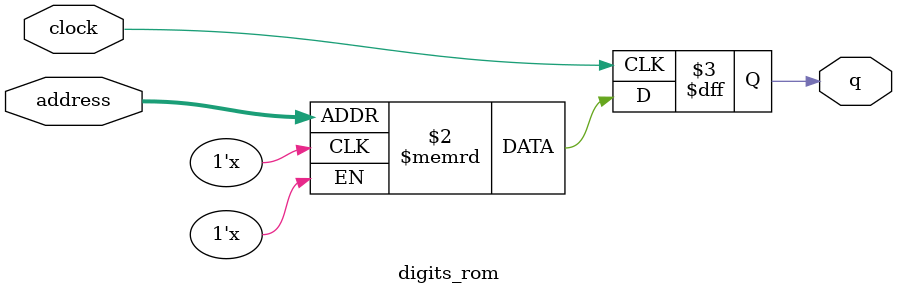
<source format=sv>
module digits_rom (
	input logic clock,
	input logic [14:0] address,
	output logic [0:0] q
);

logic [0:0] memory [0:20249] /* synthesis ram_init_file = "./digits/digits.COE" */;

always_ff @ (posedge clock) begin
	q <= memory[address];
end

endmodule

</source>
